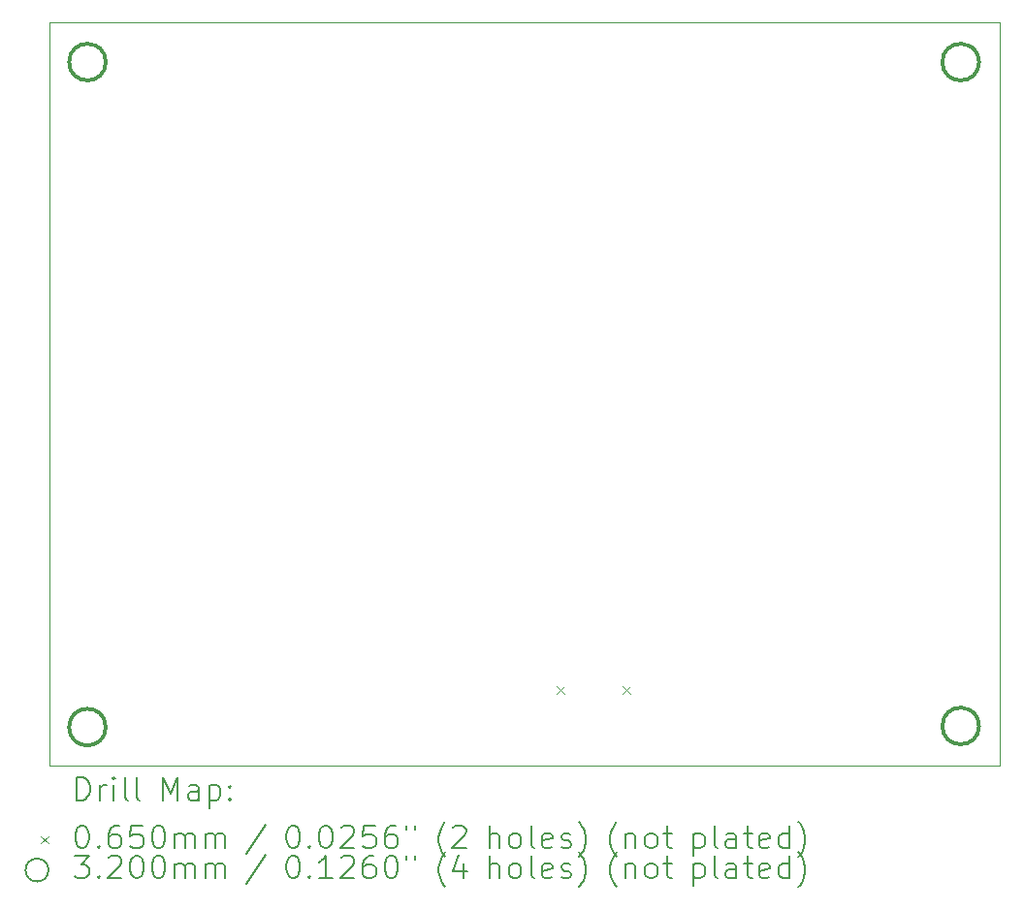
<source format=gbr>
%TF.GenerationSoftware,KiCad,Pcbnew,(7.0.0-0)*%
%TF.CreationDate,2023-03-08T11:07:40+01:00*%
%TF.ProjectId,Flux_BMS,466c7578-5f42-44d5-932e-6b696361645f,rev?*%
%TF.SameCoordinates,Original*%
%TF.FileFunction,Drillmap*%
%TF.FilePolarity,Positive*%
%FSLAX45Y45*%
G04 Gerber Fmt 4.5, Leading zero omitted, Abs format (unit mm)*
G04 Created by KiCad (PCBNEW (7.0.0-0)) date 2023-03-08 11:07:40*
%MOMM*%
%LPD*%
G01*
G04 APERTURE LIST*
%ADD10C,0.100000*%
%ADD11C,0.200000*%
%ADD12C,0.065000*%
%ADD13C,0.320000*%
G04 APERTURE END LIST*
D10*
X7600000Y-7355000D02*
X15900000Y-7355000D01*
X15900000Y-7355000D02*
X15900000Y-13855000D01*
X15900000Y-13855000D02*
X7600000Y-13855000D01*
X7600000Y-13855000D02*
X7600000Y-7355000D01*
D11*
D12*
X12033500Y-13157500D02*
X12098500Y-13222500D01*
X12098500Y-13157500D02*
X12033500Y-13222500D01*
X12611500Y-13157500D02*
X12676500Y-13222500D01*
X12676500Y-13157500D02*
X12611500Y-13222500D01*
D13*
X8095000Y-7705000D02*
G75*
G03*
X8095000Y-7705000I-160000J0D01*
G01*
X8095000Y-13515000D02*
G75*
G03*
X8095000Y-13515000I-160000J0D01*
G01*
X15720000Y-7705000D02*
G75*
G03*
X15720000Y-7705000I-160000J0D01*
G01*
X15720000Y-13505000D02*
G75*
G03*
X15720000Y-13505000I-160000J0D01*
G01*
D11*
X7842619Y-14153476D02*
X7842619Y-13953476D01*
X7842619Y-13953476D02*
X7890238Y-13953476D01*
X7890238Y-13953476D02*
X7918809Y-13963000D01*
X7918809Y-13963000D02*
X7937857Y-13982048D01*
X7937857Y-13982048D02*
X7947381Y-14001095D01*
X7947381Y-14001095D02*
X7956905Y-14039190D01*
X7956905Y-14039190D02*
X7956905Y-14067762D01*
X7956905Y-14067762D02*
X7947381Y-14105857D01*
X7947381Y-14105857D02*
X7937857Y-14124905D01*
X7937857Y-14124905D02*
X7918809Y-14143952D01*
X7918809Y-14143952D02*
X7890238Y-14153476D01*
X7890238Y-14153476D02*
X7842619Y-14153476D01*
X8042619Y-14153476D02*
X8042619Y-14020143D01*
X8042619Y-14058238D02*
X8052143Y-14039190D01*
X8052143Y-14039190D02*
X8061667Y-14029667D01*
X8061667Y-14029667D02*
X8080714Y-14020143D01*
X8080714Y-14020143D02*
X8099762Y-14020143D01*
X8166428Y-14153476D02*
X8166428Y-14020143D01*
X8166428Y-13953476D02*
X8156905Y-13963000D01*
X8156905Y-13963000D02*
X8166428Y-13972524D01*
X8166428Y-13972524D02*
X8175952Y-13963000D01*
X8175952Y-13963000D02*
X8166428Y-13953476D01*
X8166428Y-13953476D02*
X8166428Y-13972524D01*
X8290238Y-14153476D02*
X8271190Y-14143952D01*
X8271190Y-14143952D02*
X8261667Y-14124905D01*
X8261667Y-14124905D02*
X8261667Y-13953476D01*
X8395000Y-14153476D02*
X8375952Y-14143952D01*
X8375952Y-14143952D02*
X8366428Y-14124905D01*
X8366428Y-14124905D02*
X8366428Y-13953476D01*
X8591190Y-14153476D02*
X8591190Y-13953476D01*
X8591190Y-13953476D02*
X8657857Y-14096333D01*
X8657857Y-14096333D02*
X8724524Y-13953476D01*
X8724524Y-13953476D02*
X8724524Y-14153476D01*
X8905476Y-14153476D02*
X8905476Y-14048714D01*
X8905476Y-14048714D02*
X8895952Y-14029667D01*
X8895952Y-14029667D02*
X8876905Y-14020143D01*
X8876905Y-14020143D02*
X8838809Y-14020143D01*
X8838809Y-14020143D02*
X8819762Y-14029667D01*
X8905476Y-14143952D02*
X8886429Y-14153476D01*
X8886429Y-14153476D02*
X8838809Y-14153476D01*
X8838809Y-14153476D02*
X8819762Y-14143952D01*
X8819762Y-14143952D02*
X8810238Y-14124905D01*
X8810238Y-14124905D02*
X8810238Y-14105857D01*
X8810238Y-14105857D02*
X8819762Y-14086809D01*
X8819762Y-14086809D02*
X8838809Y-14077286D01*
X8838809Y-14077286D02*
X8886429Y-14077286D01*
X8886429Y-14077286D02*
X8905476Y-14067762D01*
X9000714Y-14020143D02*
X9000714Y-14220143D01*
X9000714Y-14029667D02*
X9019762Y-14020143D01*
X9019762Y-14020143D02*
X9057857Y-14020143D01*
X9057857Y-14020143D02*
X9076905Y-14029667D01*
X9076905Y-14029667D02*
X9086429Y-14039190D01*
X9086429Y-14039190D02*
X9095952Y-14058238D01*
X9095952Y-14058238D02*
X9095952Y-14115381D01*
X9095952Y-14115381D02*
X9086429Y-14134428D01*
X9086429Y-14134428D02*
X9076905Y-14143952D01*
X9076905Y-14143952D02*
X9057857Y-14153476D01*
X9057857Y-14153476D02*
X9019762Y-14153476D01*
X9019762Y-14153476D02*
X9000714Y-14143952D01*
X9181667Y-14134428D02*
X9191190Y-14143952D01*
X9191190Y-14143952D02*
X9181667Y-14153476D01*
X9181667Y-14153476D02*
X9172143Y-14143952D01*
X9172143Y-14143952D02*
X9181667Y-14134428D01*
X9181667Y-14134428D02*
X9181667Y-14153476D01*
X9181667Y-14029667D02*
X9191190Y-14039190D01*
X9191190Y-14039190D02*
X9181667Y-14048714D01*
X9181667Y-14048714D02*
X9172143Y-14039190D01*
X9172143Y-14039190D02*
X9181667Y-14029667D01*
X9181667Y-14029667D02*
X9181667Y-14048714D01*
D12*
X7530000Y-14467500D02*
X7595000Y-14532500D01*
X7595000Y-14467500D02*
X7530000Y-14532500D01*
D11*
X7880714Y-14373476D02*
X7899762Y-14373476D01*
X7899762Y-14373476D02*
X7918809Y-14383000D01*
X7918809Y-14383000D02*
X7928333Y-14392524D01*
X7928333Y-14392524D02*
X7937857Y-14411571D01*
X7937857Y-14411571D02*
X7947381Y-14449667D01*
X7947381Y-14449667D02*
X7947381Y-14497286D01*
X7947381Y-14497286D02*
X7937857Y-14535381D01*
X7937857Y-14535381D02*
X7928333Y-14554428D01*
X7928333Y-14554428D02*
X7918809Y-14563952D01*
X7918809Y-14563952D02*
X7899762Y-14573476D01*
X7899762Y-14573476D02*
X7880714Y-14573476D01*
X7880714Y-14573476D02*
X7861667Y-14563952D01*
X7861667Y-14563952D02*
X7852143Y-14554428D01*
X7852143Y-14554428D02*
X7842619Y-14535381D01*
X7842619Y-14535381D02*
X7833095Y-14497286D01*
X7833095Y-14497286D02*
X7833095Y-14449667D01*
X7833095Y-14449667D02*
X7842619Y-14411571D01*
X7842619Y-14411571D02*
X7852143Y-14392524D01*
X7852143Y-14392524D02*
X7861667Y-14383000D01*
X7861667Y-14383000D02*
X7880714Y-14373476D01*
X8033095Y-14554428D02*
X8042619Y-14563952D01*
X8042619Y-14563952D02*
X8033095Y-14573476D01*
X8033095Y-14573476D02*
X8023571Y-14563952D01*
X8023571Y-14563952D02*
X8033095Y-14554428D01*
X8033095Y-14554428D02*
X8033095Y-14573476D01*
X8214048Y-14373476D02*
X8175952Y-14373476D01*
X8175952Y-14373476D02*
X8156905Y-14383000D01*
X8156905Y-14383000D02*
X8147381Y-14392524D01*
X8147381Y-14392524D02*
X8128333Y-14421095D01*
X8128333Y-14421095D02*
X8118809Y-14459190D01*
X8118809Y-14459190D02*
X8118809Y-14535381D01*
X8118809Y-14535381D02*
X8128333Y-14554428D01*
X8128333Y-14554428D02*
X8137857Y-14563952D01*
X8137857Y-14563952D02*
X8156905Y-14573476D01*
X8156905Y-14573476D02*
X8195000Y-14573476D01*
X8195000Y-14573476D02*
X8214048Y-14563952D01*
X8214048Y-14563952D02*
X8223571Y-14554428D01*
X8223571Y-14554428D02*
X8233095Y-14535381D01*
X8233095Y-14535381D02*
X8233095Y-14487762D01*
X8233095Y-14487762D02*
X8223571Y-14468714D01*
X8223571Y-14468714D02*
X8214048Y-14459190D01*
X8214048Y-14459190D02*
X8195000Y-14449667D01*
X8195000Y-14449667D02*
X8156905Y-14449667D01*
X8156905Y-14449667D02*
X8137857Y-14459190D01*
X8137857Y-14459190D02*
X8128333Y-14468714D01*
X8128333Y-14468714D02*
X8118809Y-14487762D01*
X8414048Y-14373476D02*
X8318809Y-14373476D01*
X8318809Y-14373476D02*
X8309286Y-14468714D01*
X8309286Y-14468714D02*
X8318809Y-14459190D01*
X8318809Y-14459190D02*
X8337857Y-14449667D01*
X8337857Y-14449667D02*
X8385476Y-14449667D01*
X8385476Y-14449667D02*
X8404524Y-14459190D01*
X8404524Y-14459190D02*
X8414048Y-14468714D01*
X8414048Y-14468714D02*
X8423571Y-14487762D01*
X8423571Y-14487762D02*
X8423571Y-14535381D01*
X8423571Y-14535381D02*
X8414048Y-14554428D01*
X8414048Y-14554428D02*
X8404524Y-14563952D01*
X8404524Y-14563952D02*
X8385476Y-14573476D01*
X8385476Y-14573476D02*
X8337857Y-14573476D01*
X8337857Y-14573476D02*
X8318809Y-14563952D01*
X8318809Y-14563952D02*
X8309286Y-14554428D01*
X8547381Y-14373476D02*
X8566429Y-14373476D01*
X8566429Y-14373476D02*
X8585476Y-14383000D01*
X8585476Y-14383000D02*
X8595000Y-14392524D01*
X8595000Y-14392524D02*
X8604524Y-14411571D01*
X8604524Y-14411571D02*
X8614048Y-14449667D01*
X8614048Y-14449667D02*
X8614048Y-14497286D01*
X8614048Y-14497286D02*
X8604524Y-14535381D01*
X8604524Y-14535381D02*
X8595000Y-14554428D01*
X8595000Y-14554428D02*
X8585476Y-14563952D01*
X8585476Y-14563952D02*
X8566429Y-14573476D01*
X8566429Y-14573476D02*
X8547381Y-14573476D01*
X8547381Y-14573476D02*
X8528333Y-14563952D01*
X8528333Y-14563952D02*
X8518810Y-14554428D01*
X8518810Y-14554428D02*
X8509286Y-14535381D01*
X8509286Y-14535381D02*
X8499762Y-14497286D01*
X8499762Y-14497286D02*
X8499762Y-14449667D01*
X8499762Y-14449667D02*
X8509286Y-14411571D01*
X8509286Y-14411571D02*
X8518810Y-14392524D01*
X8518810Y-14392524D02*
X8528333Y-14383000D01*
X8528333Y-14383000D02*
X8547381Y-14373476D01*
X8699762Y-14573476D02*
X8699762Y-14440143D01*
X8699762Y-14459190D02*
X8709286Y-14449667D01*
X8709286Y-14449667D02*
X8728333Y-14440143D01*
X8728333Y-14440143D02*
X8756905Y-14440143D01*
X8756905Y-14440143D02*
X8775952Y-14449667D01*
X8775952Y-14449667D02*
X8785476Y-14468714D01*
X8785476Y-14468714D02*
X8785476Y-14573476D01*
X8785476Y-14468714D02*
X8795000Y-14449667D01*
X8795000Y-14449667D02*
X8814048Y-14440143D01*
X8814048Y-14440143D02*
X8842619Y-14440143D01*
X8842619Y-14440143D02*
X8861667Y-14449667D01*
X8861667Y-14449667D02*
X8871191Y-14468714D01*
X8871191Y-14468714D02*
X8871191Y-14573476D01*
X8966429Y-14573476D02*
X8966429Y-14440143D01*
X8966429Y-14459190D02*
X8975952Y-14449667D01*
X8975952Y-14449667D02*
X8995000Y-14440143D01*
X8995000Y-14440143D02*
X9023572Y-14440143D01*
X9023572Y-14440143D02*
X9042619Y-14449667D01*
X9042619Y-14449667D02*
X9052143Y-14468714D01*
X9052143Y-14468714D02*
X9052143Y-14573476D01*
X9052143Y-14468714D02*
X9061667Y-14449667D01*
X9061667Y-14449667D02*
X9080714Y-14440143D01*
X9080714Y-14440143D02*
X9109286Y-14440143D01*
X9109286Y-14440143D02*
X9128333Y-14449667D01*
X9128333Y-14449667D02*
X9137857Y-14468714D01*
X9137857Y-14468714D02*
X9137857Y-14573476D01*
X9495952Y-14363952D02*
X9324524Y-14621095D01*
X9720714Y-14373476D02*
X9739762Y-14373476D01*
X9739762Y-14373476D02*
X9758810Y-14383000D01*
X9758810Y-14383000D02*
X9768333Y-14392524D01*
X9768333Y-14392524D02*
X9777857Y-14411571D01*
X9777857Y-14411571D02*
X9787381Y-14449667D01*
X9787381Y-14449667D02*
X9787381Y-14497286D01*
X9787381Y-14497286D02*
X9777857Y-14535381D01*
X9777857Y-14535381D02*
X9768333Y-14554428D01*
X9768333Y-14554428D02*
X9758810Y-14563952D01*
X9758810Y-14563952D02*
X9739762Y-14573476D01*
X9739762Y-14573476D02*
X9720714Y-14573476D01*
X9720714Y-14573476D02*
X9701667Y-14563952D01*
X9701667Y-14563952D02*
X9692143Y-14554428D01*
X9692143Y-14554428D02*
X9682619Y-14535381D01*
X9682619Y-14535381D02*
X9673095Y-14497286D01*
X9673095Y-14497286D02*
X9673095Y-14449667D01*
X9673095Y-14449667D02*
X9682619Y-14411571D01*
X9682619Y-14411571D02*
X9692143Y-14392524D01*
X9692143Y-14392524D02*
X9701667Y-14383000D01*
X9701667Y-14383000D02*
X9720714Y-14373476D01*
X9873095Y-14554428D02*
X9882619Y-14563952D01*
X9882619Y-14563952D02*
X9873095Y-14573476D01*
X9873095Y-14573476D02*
X9863572Y-14563952D01*
X9863572Y-14563952D02*
X9873095Y-14554428D01*
X9873095Y-14554428D02*
X9873095Y-14573476D01*
X10006429Y-14373476D02*
X10025476Y-14373476D01*
X10025476Y-14373476D02*
X10044524Y-14383000D01*
X10044524Y-14383000D02*
X10054048Y-14392524D01*
X10054048Y-14392524D02*
X10063572Y-14411571D01*
X10063572Y-14411571D02*
X10073095Y-14449667D01*
X10073095Y-14449667D02*
X10073095Y-14497286D01*
X10073095Y-14497286D02*
X10063572Y-14535381D01*
X10063572Y-14535381D02*
X10054048Y-14554428D01*
X10054048Y-14554428D02*
X10044524Y-14563952D01*
X10044524Y-14563952D02*
X10025476Y-14573476D01*
X10025476Y-14573476D02*
X10006429Y-14573476D01*
X10006429Y-14573476D02*
X9987381Y-14563952D01*
X9987381Y-14563952D02*
X9977857Y-14554428D01*
X9977857Y-14554428D02*
X9968333Y-14535381D01*
X9968333Y-14535381D02*
X9958810Y-14497286D01*
X9958810Y-14497286D02*
X9958810Y-14449667D01*
X9958810Y-14449667D02*
X9968333Y-14411571D01*
X9968333Y-14411571D02*
X9977857Y-14392524D01*
X9977857Y-14392524D02*
X9987381Y-14383000D01*
X9987381Y-14383000D02*
X10006429Y-14373476D01*
X10149286Y-14392524D02*
X10158810Y-14383000D01*
X10158810Y-14383000D02*
X10177857Y-14373476D01*
X10177857Y-14373476D02*
X10225476Y-14373476D01*
X10225476Y-14373476D02*
X10244524Y-14383000D01*
X10244524Y-14383000D02*
X10254048Y-14392524D01*
X10254048Y-14392524D02*
X10263572Y-14411571D01*
X10263572Y-14411571D02*
X10263572Y-14430619D01*
X10263572Y-14430619D02*
X10254048Y-14459190D01*
X10254048Y-14459190D02*
X10139762Y-14573476D01*
X10139762Y-14573476D02*
X10263572Y-14573476D01*
X10444524Y-14373476D02*
X10349286Y-14373476D01*
X10349286Y-14373476D02*
X10339762Y-14468714D01*
X10339762Y-14468714D02*
X10349286Y-14459190D01*
X10349286Y-14459190D02*
X10368333Y-14449667D01*
X10368333Y-14449667D02*
X10415953Y-14449667D01*
X10415953Y-14449667D02*
X10435000Y-14459190D01*
X10435000Y-14459190D02*
X10444524Y-14468714D01*
X10444524Y-14468714D02*
X10454048Y-14487762D01*
X10454048Y-14487762D02*
X10454048Y-14535381D01*
X10454048Y-14535381D02*
X10444524Y-14554428D01*
X10444524Y-14554428D02*
X10435000Y-14563952D01*
X10435000Y-14563952D02*
X10415953Y-14573476D01*
X10415953Y-14573476D02*
X10368333Y-14573476D01*
X10368333Y-14573476D02*
X10349286Y-14563952D01*
X10349286Y-14563952D02*
X10339762Y-14554428D01*
X10625476Y-14373476D02*
X10587381Y-14373476D01*
X10587381Y-14373476D02*
X10568333Y-14383000D01*
X10568333Y-14383000D02*
X10558810Y-14392524D01*
X10558810Y-14392524D02*
X10539762Y-14421095D01*
X10539762Y-14421095D02*
X10530238Y-14459190D01*
X10530238Y-14459190D02*
X10530238Y-14535381D01*
X10530238Y-14535381D02*
X10539762Y-14554428D01*
X10539762Y-14554428D02*
X10549286Y-14563952D01*
X10549286Y-14563952D02*
X10568333Y-14573476D01*
X10568333Y-14573476D02*
X10606429Y-14573476D01*
X10606429Y-14573476D02*
X10625476Y-14563952D01*
X10625476Y-14563952D02*
X10635000Y-14554428D01*
X10635000Y-14554428D02*
X10644524Y-14535381D01*
X10644524Y-14535381D02*
X10644524Y-14487762D01*
X10644524Y-14487762D02*
X10635000Y-14468714D01*
X10635000Y-14468714D02*
X10625476Y-14459190D01*
X10625476Y-14459190D02*
X10606429Y-14449667D01*
X10606429Y-14449667D02*
X10568333Y-14449667D01*
X10568333Y-14449667D02*
X10549286Y-14459190D01*
X10549286Y-14459190D02*
X10539762Y-14468714D01*
X10539762Y-14468714D02*
X10530238Y-14487762D01*
X10720714Y-14373476D02*
X10720714Y-14411571D01*
X10796905Y-14373476D02*
X10796905Y-14411571D01*
X11059762Y-14649667D02*
X11050238Y-14640143D01*
X11050238Y-14640143D02*
X11031191Y-14611571D01*
X11031191Y-14611571D02*
X11021667Y-14592524D01*
X11021667Y-14592524D02*
X11012143Y-14563952D01*
X11012143Y-14563952D02*
X11002619Y-14516333D01*
X11002619Y-14516333D02*
X11002619Y-14478238D01*
X11002619Y-14478238D02*
X11012143Y-14430619D01*
X11012143Y-14430619D02*
X11021667Y-14402048D01*
X11021667Y-14402048D02*
X11031191Y-14383000D01*
X11031191Y-14383000D02*
X11050238Y-14354428D01*
X11050238Y-14354428D02*
X11059762Y-14344905D01*
X11126429Y-14392524D02*
X11135953Y-14383000D01*
X11135953Y-14383000D02*
X11155000Y-14373476D01*
X11155000Y-14373476D02*
X11202619Y-14373476D01*
X11202619Y-14373476D02*
X11221667Y-14383000D01*
X11221667Y-14383000D02*
X11231191Y-14392524D01*
X11231191Y-14392524D02*
X11240714Y-14411571D01*
X11240714Y-14411571D02*
X11240714Y-14430619D01*
X11240714Y-14430619D02*
X11231191Y-14459190D01*
X11231191Y-14459190D02*
X11116905Y-14573476D01*
X11116905Y-14573476D02*
X11240714Y-14573476D01*
X11446429Y-14573476D02*
X11446429Y-14373476D01*
X11532143Y-14573476D02*
X11532143Y-14468714D01*
X11532143Y-14468714D02*
X11522619Y-14449667D01*
X11522619Y-14449667D02*
X11503572Y-14440143D01*
X11503572Y-14440143D02*
X11475000Y-14440143D01*
X11475000Y-14440143D02*
X11455952Y-14449667D01*
X11455952Y-14449667D02*
X11446429Y-14459190D01*
X11655952Y-14573476D02*
X11636905Y-14563952D01*
X11636905Y-14563952D02*
X11627381Y-14554428D01*
X11627381Y-14554428D02*
X11617857Y-14535381D01*
X11617857Y-14535381D02*
X11617857Y-14478238D01*
X11617857Y-14478238D02*
X11627381Y-14459190D01*
X11627381Y-14459190D02*
X11636905Y-14449667D01*
X11636905Y-14449667D02*
X11655952Y-14440143D01*
X11655952Y-14440143D02*
X11684524Y-14440143D01*
X11684524Y-14440143D02*
X11703572Y-14449667D01*
X11703572Y-14449667D02*
X11713095Y-14459190D01*
X11713095Y-14459190D02*
X11722619Y-14478238D01*
X11722619Y-14478238D02*
X11722619Y-14535381D01*
X11722619Y-14535381D02*
X11713095Y-14554428D01*
X11713095Y-14554428D02*
X11703572Y-14563952D01*
X11703572Y-14563952D02*
X11684524Y-14573476D01*
X11684524Y-14573476D02*
X11655952Y-14573476D01*
X11836905Y-14573476D02*
X11817857Y-14563952D01*
X11817857Y-14563952D02*
X11808333Y-14544905D01*
X11808333Y-14544905D02*
X11808333Y-14373476D01*
X11989286Y-14563952D02*
X11970238Y-14573476D01*
X11970238Y-14573476D02*
X11932143Y-14573476D01*
X11932143Y-14573476D02*
X11913095Y-14563952D01*
X11913095Y-14563952D02*
X11903572Y-14544905D01*
X11903572Y-14544905D02*
X11903572Y-14468714D01*
X11903572Y-14468714D02*
X11913095Y-14449667D01*
X11913095Y-14449667D02*
X11932143Y-14440143D01*
X11932143Y-14440143D02*
X11970238Y-14440143D01*
X11970238Y-14440143D02*
X11989286Y-14449667D01*
X11989286Y-14449667D02*
X11998810Y-14468714D01*
X11998810Y-14468714D02*
X11998810Y-14487762D01*
X11998810Y-14487762D02*
X11903572Y-14506809D01*
X12075000Y-14563952D02*
X12094048Y-14573476D01*
X12094048Y-14573476D02*
X12132143Y-14573476D01*
X12132143Y-14573476D02*
X12151191Y-14563952D01*
X12151191Y-14563952D02*
X12160714Y-14544905D01*
X12160714Y-14544905D02*
X12160714Y-14535381D01*
X12160714Y-14535381D02*
X12151191Y-14516333D01*
X12151191Y-14516333D02*
X12132143Y-14506809D01*
X12132143Y-14506809D02*
X12103572Y-14506809D01*
X12103572Y-14506809D02*
X12084524Y-14497286D01*
X12084524Y-14497286D02*
X12075000Y-14478238D01*
X12075000Y-14478238D02*
X12075000Y-14468714D01*
X12075000Y-14468714D02*
X12084524Y-14449667D01*
X12084524Y-14449667D02*
X12103572Y-14440143D01*
X12103572Y-14440143D02*
X12132143Y-14440143D01*
X12132143Y-14440143D02*
X12151191Y-14449667D01*
X12227381Y-14649667D02*
X12236905Y-14640143D01*
X12236905Y-14640143D02*
X12255953Y-14611571D01*
X12255953Y-14611571D02*
X12265476Y-14592524D01*
X12265476Y-14592524D02*
X12275000Y-14563952D01*
X12275000Y-14563952D02*
X12284524Y-14516333D01*
X12284524Y-14516333D02*
X12284524Y-14478238D01*
X12284524Y-14478238D02*
X12275000Y-14430619D01*
X12275000Y-14430619D02*
X12265476Y-14402048D01*
X12265476Y-14402048D02*
X12255953Y-14383000D01*
X12255953Y-14383000D02*
X12236905Y-14354428D01*
X12236905Y-14354428D02*
X12227381Y-14344905D01*
X12556905Y-14649667D02*
X12547381Y-14640143D01*
X12547381Y-14640143D02*
X12528333Y-14611571D01*
X12528333Y-14611571D02*
X12518810Y-14592524D01*
X12518810Y-14592524D02*
X12509286Y-14563952D01*
X12509286Y-14563952D02*
X12499762Y-14516333D01*
X12499762Y-14516333D02*
X12499762Y-14478238D01*
X12499762Y-14478238D02*
X12509286Y-14430619D01*
X12509286Y-14430619D02*
X12518810Y-14402048D01*
X12518810Y-14402048D02*
X12528333Y-14383000D01*
X12528333Y-14383000D02*
X12547381Y-14354428D01*
X12547381Y-14354428D02*
X12556905Y-14344905D01*
X12633095Y-14440143D02*
X12633095Y-14573476D01*
X12633095Y-14459190D02*
X12642619Y-14449667D01*
X12642619Y-14449667D02*
X12661667Y-14440143D01*
X12661667Y-14440143D02*
X12690238Y-14440143D01*
X12690238Y-14440143D02*
X12709286Y-14449667D01*
X12709286Y-14449667D02*
X12718810Y-14468714D01*
X12718810Y-14468714D02*
X12718810Y-14573476D01*
X12842619Y-14573476D02*
X12823572Y-14563952D01*
X12823572Y-14563952D02*
X12814048Y-14554428D01*
X12814048Y-14554428D02*
X12804524Y-14535381D01*
X12804524Y-14535381D02*
X12804524Y-14478238D01*
X12804524Y-14478238D02*
X12814048Y-14459190D01*
X12814048Y-14459190D02*
X12823572Y-14449667D01*
X12823572Y-14449667D02*
X12842619Y-14440143D01*
X12842619Y-14440143D02*
X12871191Y-14440143D01*
X12871191Y-14440143D02*
X12890238Y-14449667D01*
X12890238Y-14449667D02*
X12899762Y-14459190D01*
X12899762Y-14459190D02*
X12909286Y-14478238D01*
X12909286Y-14478238D02*
X12909286Y-14535381D01*
X12909286Y-14535381D02*
X12899762Y-14554428D01*
X12899762Y-14554428D02*
X12890238Y-14563952D01*
X12890238Y-14563952D02*
X12871191Y-14573476D01*
X12871191Y-14573476D02*
X12842619Y-14573476D01*
X12966429Y-14440143D02*
X13042619Y-14440143D01*
X12995000Y-14373476D02*
X12995000Y-14544905D01*
X12995000Y-14544905D02*
X13004524Y-14563952D01*
X13004524Y-14563952D02*
X13023572Y-14573476D01*
X13023572Y-14573476D02*
X13042619Y-14573476D01*
X13229286Y-14440143D02*
X13229286Y-14640143D01*
X13229286Y-14449667D02*
X13248333Y-14440143D01*
X13248333Y-14440143D02*
X13286429Y-14440143D01*
X13286429Y-14440143D02*
X13305476Y-14449667D01*
X13305476Y-14449667D02*
X13315000Y-14459190D01*
X13315000Y-14459190D02*
X13324524Y-14478238D01*
X13324524Y-14478238D02*
X13324524Y-14535381D01*
X13324524Y-14535381D02*
X13315000Y-14554428D01*
X13315000Y-14554428D02*
X13305476Y-14563952D01*
X13305476Y-14563952D02*
X13286429Y-14573476D01*
X13286429Y-14573476D02*
X13248333Y-14573476D01*
X13248333Y-14573476D02*
X13229286Y-14563952D01*
X13438810Y-14573476D02*
X13419762Y-14563952D01*
X13419762Y-14563952D02*
X13410238Y-14544905D01*
X13410238Y-14544905D02*
X13410238Y-14373476D01*
X13600714Y-14573476D02*
X13600714Y-14468714D01*
X13600714Y-14468714D02*
X13591191Y-14449667D01*
X13591191Y-14449667D02*
X13572143Y-14440143D01*
X13572143Y-14440143D02*
X13534048Y-14440143D01*
X13534048Y-14440143D02*
X13515000Y-14449667D01*
X13600714Y-14563952D02*
X13581667Y-14573476D01*
X13581667Y-14573476D02*
X13534048Y-14573476D01*
X13534048Y-14573476D02*
X13515000Y-14563952D01*
X13515000Y-14563952D02*
X13505476Y-14544905D01*
X13505476Y-14544905D02*
X13505476Y-14525857D01*
X13505476Y-14525857D02*
X13515000Y-14506809D01*
X13515000Y-14506809D02*
X13534048Y-14497286D01*
X13534048Y-14497286D02*
X13581667Y-14497286D01*
X13581667Y-14497286D02*
X13600714Y-14487762D01*
X13667381Y-14440143D02*
X13743572Y-14440143D01*
X13695953Y-14373476D02*
X13695953Y-14544905D01*
X13695953Y-14544905D02*
X13705476Y-14563952D01*
X13705476Y-14563952D02*
X13724524Y-14573476D01*
X13724524Y-14573476D02*
X13743572Y-14573476D01*
X13886429Y-14563952D02*
X13867381Y-14573476D01*
X13867381Y-14573476D02*
X13829286Y-14573476D01*
X13829286Y-14573476D02*
X13810238Y-14563952D01*
X13810238Y-14563952D02*
X13800714Y-14544905D01*
X13800714Y-14544905D02*
X13800714Y-14468714D01*
X13800714Y-14468714D02*
X13810238Y-14449667D01*
X13810238Y-14449667D02*
X13829286Y-14440143D01*
X13829286Y-14440143D02*
X13867381Y-14440143D01*
X13867381Y-14440143D02*
X13886429Y-14449667D01*
X13886429Y-14449667D02*
X13895953Y-14468714D01*
X13895953Y-14468714D02*
X13895953Y-14487762D01*
X13895953Y-14487762D02*
X13800714Y-14506809D01*
X14067381Y-14573476D02*
X14067381Y-14373476D01*
X14067381Y-14563952D02*
X14048334Y-14573476D01*
X14048334Y-14573476D02*
X14010238Y-14573476D01*
X14010238Y-14573476D02*
X13991191Y-14563952D01*
X13991191Y-14563952D02*
X13981667Y-14554428D01*
X13981667Y-14554428D02*
X13972143Y-14535381D01*
X13972143Y-14535381D02*
X13972143Y-14478238D01*
X13972143Y-14478238D02*
X13981667Y-14459190D01*
X13981667Y-14459190D02*
X13991191Y-14449667D01*
X13991191Y-14449667D02*
X14010238Y-14440143D01*
X14010238Y-14440143D02*
X14048334Y-14440143D01*
X14048334Y-14440143D02*
X14067381Y-14449667D01*
X14143572Y-14649667D02*
X14153095Y-14640143D01*
X14153095Y-14640143D02*
X14172143Y-14611571D01*
X14172143Y-14611571D02*
X14181667Y-14592524D01*
X14181667Y-14592524D02*
X14191191Y-14563952D01*
X14191191Y-14563952D02*
X14200714Y-14516333D01*
X14200714Y-14516333D02*
X14200714Y-14478238D01*
X14200714Y-14478238D02*
X14191191Y-14430619D01*
X14191191Y-14430619D02*
X14181667Y-14402048D01*
X14181667Y-14402048D02*
X14172143Y-14383000D01*
X14172143Y-14383000D02*
X14153095Y-14354428D01*
X14153095Y-14354428D02*
X14143572Y-14344905D01*
X7595000Y-14764000D02*
G75*
G03*
X7595000Y-14764000I-100000J0D01*
G01*
X7823571Y-14637476D02*
X7947381Y-14637476D01*
X7947381Y-14637476D02*
X7880714Y-14713667D01*
X7880714Y-14713667D02*
X7909286Y-14713667D01*
X7909286Y-14713667D02*
X7928333Y-14723190D01*
X7928333Y-14723190D02*
X7937857Y-14732714D01*
X7937857Y-14732714D02*
X7947381Y-14751762D01*
X7947381Y-14751762D02*
X7947381Y-14799381D01*
X7947381Y-14799381D02*
X7937857Y-14818428D01*
X7937857Y-14818428D02*
X7928333Y-14827952D01*
X7928333Y-14827952D02*
X7909286Y-14837476D01*
X7909286Y-14837476D02*
X7852143Y-14837476D01*
X7852143Y-14837476D02*
X7833095Y-14827952D01*
X7833095Y-14827952D02*
X7823571Y-14818428D01*
X8033095Y-14818428D02*
X8042619Y-14827952D01*
X8042619Y-14827952D02*
X8033095Y-14837476D01*
X8033095Y-14837476D02*
X8023571Y-14827952D01*
X8023571Y-14827952D02*
X8033095Y-14818428D01*
X8033095Y-14818428D02*
X8033095Y-14837476D01*
X8118809Y-14656524D02*
X8128333Y-14647000D01*
X8128333Y-14647000D02*
X8147381Y-14637476D01*
X8147381Y-14637476D02*
X8195000Y-14637476D01*
X8195000Y-14637476D02*
X8214048Y-14647000D01*
X8214048Y-14647000D02*
X8223571Y-14656524D01*
X8223571Y-14656524D02*
X8233095Y-14675571D01*
X8233095Y-14675571D02*
X8233095Y-14694619D01*
X8233095Y-14694619D02*
X8223571Y-14723190D01*
X8223571Y-14723190D02*
X8109286Y-14837476D01*
X8109286Y-14837476D02*
X8233095Y-14837476D01*
X8356905Y-14637476D02*
X8375952Y-14637476D01*
X8375952Y-14637476D02*
X8395000Y-14647000D01*
X8395000Y-14647000D02*
X8404524Y-14656524D01*
X8404524Y-14656524D02*
X8414048Y-14675571D01*
X8414048Y-14675571D02*
X8423571Y-14713667D01*
X8423571Y-14713667D02*
X8423571Y-14761286D01*
X8423571Y-14761286D02*
X8414048Y-14799381D01*
X8414048Y-14799381D02*
X8404524Y-14818428D01*
X8404524Y-14818428D02*
X8395000Y-14827952D01*
X8395000Y-14827952D02*
X8375952Y-14837476D01*
X8375952Y-14837476D02*
X8356905Y-14837476D01*
X8356905Y-14837476D02*
X8337857Y-14827952D01*
X8337857Y-14827952D02*
X8328333Y-14818428D01*
X8328333Y-14818428D02*
X8318809Y-14799381D01*
X8318809Y-14799381D02*
X8309286Y-14761286D01*
X8309286Y-14761286D02*
X8309286Y-14713667D01*
X8309286Y-14713667D02*
X8318809Y-14675571D01*
X8318809Y-14675571D02*
X8328333Y-14656524D01*
X8328333Y-14656524D02*
X8337857Y-14647000D01*
X8337857Y-14647000D02*
X8356905Y-14637476D01*
X8547381Y-14637476D02*
X8566429Y-14637476D01*
X8566429Y-14637476D02*
X8585476Y-14647000D01*
X8585476Y-14647000D02*
X8595000Y-14656524D01*
X8595000Y-14656524D02*
X8604524Y-14675571D01*
X8604524Y-14675571D02*
X8614048Y-14713667D01*
X8614048Y-14713667D02*
X8614048Y-14761286D01*
X8614048Y-14761286D02*
X8604524Y-14799381D01*
X8604524Y-14799381D02*
X8595000Y-14818428D01*
X8595000Y-14818428D02*
X8585476Y-14827952D01*
X8585476Y-14827952D02*
X8566429Y-14837476D01*
X8566429Y-14837476D02*
X8547381Y-14837476D01*
X8547381Y-14837476D02*
X8528333Y-14827952D01*
X8528333Y-14827952D02*
X8518810Y-14818428D01*
X8518810Y-14818428D02*
X8509286Y-14799381D01*
X8509286Y-14799381D02*
X8499762Y-14761286D01*
X8499762Y-14761286D02*
X8499762Y-14713667D01*
X8499762Y-14713667D02*
X8509286Y-14675571D01*
X8509286Y-14675571D02*
X8518810Y-14656524D01*
X8518810Y-14656524D02*
X8528333Y-14647000D01*
X8528333Y-14647000D02*
X8547381Y-14637476D01*
X8699762Y-14837476D02*
X8699762Y-14704143D01*
X8699762Y-14723190D02*
X8709286Y-14713667D01*
X8709286Y-14713667D02*
X8728333Y-14704143D01*
X8728333Y-14704143D02*
X8756905Y-14704143D01*
X8756905Y-14704143D02*
X8775952Y-14713667D01*
X8775952Y-14713667D02*
X8785476Y-14732714D01*
X8785476Y-14732714D02*
X8785476Y-14837476D01*
X8785476Y-14732714D02*
X8795000Y-14713667D01*
X8795000Y-14713667D02*
X8814048Y-14704143D01*
X8814048Y-14704143D02*
X8842619Y-14704143D01*
X8842619Y-14704143D02*
X8861667Y-14713667D01*
X8861667Y-14713667D02*
X8871191Y-14732714D01*
X8871191Y-14732714D02*
X8871191Y-14837476D01*
X8966429Y-14837476D02*
X8966429Y-14704143D01*
X8966429Y-14723190D02*
X8975952Y-14713667D01*
X8975952Y-14713667D02*
X8995000Y-14704143D01*
X8995000Y-14704143D02*
X9023572Y-14704143D01*
X9023572Y-14704143D02*
X9042619Y-14713667D01*
X9042619Y-14713667D02*
X9052143Y-14732714D01*
X9052143Y-14732714D02*
X9052143Y-14837476D01*
X9052143Y-14732714D02*
X9061667Y-14713667D01*
X9061667Y-14713667D02*
X9080714Y-14704143D01*
X9080714Y-14704143D02*
X9109286Y-14704143D01*
X9109286Y-14704143D02*
X9128333Y-14713667D01*
X9128333Y-14713667D02*
X9137857Y-14732714D01*
X9137857Y-14732714D02*
X9137857Y-14837476D01*
X9495952Y-14627952D02*
X9324524Y-14885095D01*
X9720714Y-14637476D02*
X9739762Y-14637476D01*
X9739762Y-14637476D02*
X9758810Y-14647000D01*
X9758810Y-14647000D02*
X9768333Y-14656524D01*
X9768333Y-14656524D02*
X9777857Y-14675571D01*
X9777857Y-14675571D02*
X9787381Y-14713667D01*
X9787381Y-14713667D02*
X9787381Y-14761286D01*
X9787381Y-14761286D02*
X9777857Y-14799381D01*
X9777857Y-14799381D02*
X9768333Y-14818428D01*
X9768333Y-14818428D02*
X9758810Y-14827952D01*
X9758810Y-14827952D02*
X9739762Y-14837476D01*
X9739762Y-14837476D02*
X9720714Y-14837476D01*
X9720714Y-14837476D02*
X9701667Y-14827952D01*
X9701667Y-14827952D02*
X9692143Y-14818428D01*
X9692143Y-14818428D02*
X9682619Y-14799381D01*
X9682619Y-14799381D02*
X9673095Y-14761286D01*
X9673095Y-14761286D02*
X9673095Y-14713667D01*
X9673095Y-14713667D02*
X9682619Y-14675571D01*
X9682619Y-14675571D02*
X9692143Y-14656524D01*
X9692143Y-14656524D02*
X9701667Y-14647000D01*
X9701667Y-14647000D02*
X9720714Y-14637476D01*
X9873095Y-14818428D02*
X9882619Y-14827952D01*
X9882619Y-14827952D02*
X9873095Y-14837476D01*
X9873095Y-14837476D02*
X9863572Y-14827952D01*
X9863572Y-14827952D02*
X9873095Y-14818428D01*
X9873095Y-14818428D02*
X9873095Y-14837476D01*
X10073095Y-14837476D02*
X9958810Y-14837476D01*
X10015952Y-14837476D02*
X10015952Y-14637476D01*
X10015952Y-14637476D02*
X9996905Y-14666048D01*
X9996905Y-14666048D02*
X9977857Y-14685095D01*
X9977857Y-14685095D02*
X9958810Y-14694619D01*
X10149286Y-14656524D02*
X10158810Y-14647000D01*
X10158810Y-14647000D02*
X10177857Y-14637476D01*
X10177857Y-14637476D02*
X10225476Y-14637476D01*
X10225476Y-14637476D02*
X10244524Y-14647000D01*
X10244524Y-14647000D02*
X10254048Y-14656524D01*
X10254048Y-14656524D02*
X10263572Y-14675571D01*
X10263572Y-14675571D02*
X10263572Y-14694619D01*
X10263572Y-14694619D02*
X10254048Y-14723190D01*
X10254048Y-14723190D02*
X10139762Y-14837476D01*
X10139762Y-14837476D02*
X10263572Y-14837476D01*
X10435000Y-14637476D02*
X10396905Y-14637476D01*
X10396905Y-14637476D02*
X10377857Y-14647000D01*
X10377857Y-14647000D02*
X10368333Y-14656524D01*
X10368333Y-14656524D02*
X10349286Y-14685095D01*
X10349286Y-14685095D02*
X10339762Y-14723190D01*
X10339762Y-14723190D02*
X10339762Y-14799381D01*
X10339762Y-14799381D02*
X10349286Y-14818428D01*
X10349286Y-14818428D02*
X10358810Y-14827952D01*
X10358810Y-14827952D02*
X10377857Y-14837476D01*
X10377857Y-14837476D02*
X10415953Y-14837476D01*
X10415953Y-14837476D02*
X10435000Y-14827952D01*
X10435000Y-14827952D02*
X10444524Y-14818428D01*
X10444524Y-14818428D02*
X10454048Y-14799381D01*
X10454048Y-14799381D02*
X10454048Y-14751762D01*
X10454048Y-14751762D02*
X10444524Y-14732714D01*
X10444524Y-14732714D02*
X10435000Y-14723190D01*
X10435000Y-14723190D02*
X10415953Y-14713667D01*
X10415953Y-14713667D02*
X10377857Y-14713667D01*
X10377857Y-14713667D02*
X10358810Y-14723190D01*
X10358810Y-14723190D02*
X10349286Y-14732714D01*
X10349286Y-14732714D02*
X10339762Y-14751762D01*
X10577857Y-14637476D02*
X10596905Y-14637476D01*
X10596905Y-14637476D02*
X10615953Y-14647000D01*
X10615953Y-14647000D02*
X10625476Y-14656524D01*
X10625476Y-14656524D02*
X10635000Y-14675571D01*
X10635000Y-14675571D02*
X10644524Y-14713667D01*
X10644524Y-14713667D02*
X10644524Y-14761286D01*
X10644524Y-14761286D02*
X10635000Y-14799381D01*
X10635000Y-14799381D02*
X10625476Y-14818428D01*
X10625476Y-14818428D02*
X10615953Y-14827952D01*
X10615953Y-14827952D02*
X10596905Y-14837476D01*
X10596905Y-14837476D02*
X10577857Y-14837476D01*
X10577857Y-14837476D02*
X10558810Y-14827952D01*
X10558810Y-14827952D02*
X10549286Y-14818428D01*
X10549286Y-14818428D02*
X10539762Y-14799381D01*
X10539762Y-14799381D02*
X10530238Y-14761286D01*
X10530238Y-14761286D02*
X10530238Y-14713667D01*
X10530238Y-14713667D02*
X10539762Y-14675571D01*
X10539762Y-14675571D02*
X10549286Y-14656524D01*
X10549286Y-14656524D02*
X10558810Y-14647000D01*
X10558810Y-14647000D02*
X10577857Y-14637476D01*
X10720714Y-14637476D02*
X10720714Y-14675571D01*
X10796905Y-14637476D02*
X10796905Y-14675571D01*
X11059762Y-14913667D02*
X11050238Y-14904143D01*
X11050238Y-14904143D02*
X11031191Y-14875571D01*
X11031191Y-14875571D02*
X11021667Y-14856524D01*
X11021667Y-14856524D02*
X11012143Y-14827952D01*
X11012143Y-14827952D02*
X11002619Y-14780333D01*
X11002619Y-14780333D02*
X11002619Y-14742238D01*
X11002619Y-14742238D02*
X11012143Y-14694619D01*
X11012143Y-14694619D02*
X11021667Y-14666048D01*
X11021667Y-14666048D02*
X11031191Y-14647000D01*
X11031191Y-14647000D02*
X11050238Y-14618428D01*
X11050238Y-14618428D02*
X11059762Y-14608905D01*
X11221667Y-14704143D02*
X11221667Y-14837476D01*
X11174048Y-14627952D02*
X11126429Y-14770809D01*
X11126429Y-14770809D02*
X11250238Y-14770809D01*
X11446429Y-14837476D02*
X11446429Y-14637476D01*
X11532143Y-14837476D02*
X11532143Y-14732714D01*
X11532143Y-14732714D02*
X11522619Y-14713667D01*
X11522619Y-14713667D02*
X11503572Y-14704143D01*
X11503572Y-14704143D02*
X11475000Y-14704143D01*
X11475000Y-14704143D02*
X11455952Y-14713667D01*
X11455952Y-14713667D02*
X11446429Y-14723190D01*
X11655952Y-14837476D02*
X11636905Y-14827952D01*
X11636905Y-14827952D02*
X11627381Y-14818428D01*
X11627381Y-14818428D02*
X11617857Y-14799381D01*
X11617857Y-14799381D02*
X11617857Y-14742238D01*
X11617857Y-14742238D02*
X11627381Y-14723190D01*
X11627381Y-14723190D02*
X11636905Y-14713667D01*
X11636905Y-14713667D02*
X11655952Y-14704143D01*
X11655952Y-14704143D02*
X11684524Y-14704143D01*
X11684524Y-14704143D02*
X11703572Y-14713667D01*
X11703572Y-14713667D02*
X11713095Y-14723190D01*
X11713095Y-14723190D02*
X11722619Y-14742238D01*
X11722619Y-14742238D02*
X11722619Y-14799381D01*
X11722619Y-14799381D02*
X11713095Y-14818428D01*
X11713095Y-14818428D02*
X11703572Y-14827952D01*
X11703572Y-14827952D02*
X11684524Y-14837476D01*
X11684524Y-14837476D02*
X11655952Y-14837476D01*
X11836905Y-14837476D02*
X11817857Y-14827952D01*
X11817857Y-14827952D02*
X11808333Y-14808905D01*
X11808333Y-14808905D02*
X11808333Y-14637476D01*
X11989286Y-14827952D02*
X11970238Y-14837476D01*
X11970238Y-14837476D02*
X11932143Y-14837476D01*
X11932143Y-14837476D02*
X11913095Y-14827952D01*
X11913095Y-14827952D02*
X11903572Y-14808905D01*
X11903572Y-14808905D02*
X11903572Y-14732714D01*
X11903572Y-14732714D02*
X11913095Y-14713667D01*
X11913095Y-14713667D02*
X11932143Y-14704143D01*
X11932143Y-14704143D02*
X11970238Y-14704143D01*
X11970238Y-14704143D02*
X11989286Y-14713667D01*
X11989286Y-14713667D02*
X11998810Y-14732714D01*
X11998810Y-14732714D02*
X11998810Y-14751762D01*
X11998810Y-14751762D02*
X11903572Y-14770809D01*
X12075000Y-14827952D02*
X12094048Y-14837476D01*
X12094048Y-14837476D02*
X12132143Y-14837476D01*
X12132143Y-14837476D02*
X12151191Y-14827952D01*
X12151191Y-14827952D02*
X12160714Y-14808905D01*
X12160714Y-14808905D02*
X12160714Y-14799381D01*
X12160714Y-14799381D02*
X12151191Y-14780333D01*
X12151191Y-14780333D02*
X12132143Y-14770809D01*
X12132143Y-14770809D02*
X12103572Y-14770809D01*
X12103572Y-14770809D02*
X12084524Y-14761286D01*
X12084524Y-14761286D02*
X12075000Y-14742238D01*
X12075000Y-14742238D02*
X12075000Y-14732714D01*
X12075000Y-14732714D02*
X12084524Y-14713667D01*
X12084524Y-14713667D02*
X12103572Y-14704143D01*
X12103572Y-14704143D02*
X12132143Y-14704143D01*
X12132143Y-14704143D02*
X12151191Y-14713667D01*
X12227381Y-14913667D02*
X12236905Y-14904143D01*
X12236905Y-14904143D02*
X12255953Y-14875571D01*
X12255953Y-14875571D02*
X12265476Y-14856524D01*
X12265476Y-14856524D02*
X12275000Y-14827952D01*
X12275000Y-14827952D02*
X12284524Y-14780333D01*
X12284524Y-14780333D02*
X12284524Y-14742238D01*
X12284524Y-14742238D02*
X12275000Y-14694619D01*
X12275000Y-14694619D02*
X12265476Y-14666048D01*
X12265476Y-14666048D02*
X12255953Y-14647000D01*
X12255953Y-14647000D02*
X12236905Y-14618428D01*
X12236905Y-14618428D02*
X12227381Y-14608905D01*
X12556905Y-14913667D02*
X12547381Y-14904143D01*
X12547381Y-14904143D02*
X12528333Y-14875571D01*
X12528333Y-14875571D02*
X12518810Y-14856524D01*
X12518810Y-14856524D02*
X12509286Y-14827952D01*
X12509286Y-14827952D02*
X12499762Y-14780333D01*
X12499762Y-14780333D02*
X12499762Y-14742238D01*
X12499762Y-14742238D02*
X12509286Y-14694619D01*
X12509286Y-14694619D02*
X12518810Y-14666048D01*
X12518810Y-14666048D02*
X12528333Y-14647000D01*
X12528333Y-14647000D02*
X12547381Y-14618428D01*
X12547381Y-14618428D02*
X12556905Y-14608905D01*
X12633095Y-14704143D02*
X12633095Y-14837476D01*
X12633095Y-14723190D02*
X12642619Y-14713667D01*
X12642619Y-14713667D02*
X12661667Y-14704143D01*
X12661667Y-14704143D02*
X12690238Y-14704143D01*
X12690238Y-14704143D02*
X12709286Y-14713667D01*
X12709286Y-14713667D02*
X12718810Y-14732714D01*
X12718810Y-14732714D02*
X12718810Y-14837476D01*
X12842619Y-14837476D02*
X12823572Y-14827952D01*
X12823572Y-14827952D02*
X12814048Y-14818428D01*
X12814048Y-14818428D02*
X12804524Y-14799381D01*
X12804524Y-14799381D02*
X12804524Y-14742238D01*
X12804524Y-14742238D02*
X12814048Y-14723190D01*
X12814048Y-14723190D02*
X12823572Y-14713667D01*
X12823572Y-14713667D02*
X12842619Y-14704143D01*
X12842619Y-14704143D02*
X12871191Y-14704143D01*
X12871191Y-14704143D02*
X12890238Y-14713667D01*
X12890238Y-14713667D02*
X12899762Y-14723190D01*
X12899762Y-14723190D02*
X12909286Y-14742238D01*
X12909286Y-14742238D02*
X12909286Y-14799381D01*
X12909286Y-14799381D02*
X12899762Y-14818428D01*
X12899762Y-14818428D02*
X12890238Y-14827952D01*
X12890238Y-14827952D02*
X12871191Y-14837476D01*
X12871191Y-14837476D02*
X12842619Y-14837476D01*
X12966429Y-14704143D02*
X13042619Y-14704143D01*
X12995000Y-14637476D02*
X12995000Y-14808905D01*
X12995000Y-14808905D02*
X13004524Y-14827952D01*
X13004524Y-14827952D02*
X13023572Y-14837476D01*
X13023572Y-14837476D02*
X13042619Y-14837476D01*
X13229286Y-14704143D02*
X13229286Y-14904143D01*
X13229286Y-14713667D02*
X13248333Y-14704143D01*
X13248333Y-14704143D02*
X13286429Y-14704143D01*
X13286429Y-14704143D02*
X13305476Y-14713667D01*
X13305476Y-14713667D02*
X13315000Y-14723190D01*
X13315000Y-14723190D02*
X13324524Y-14742238D01*
X13324524Y-14742238D02*
X13324524Y-14799381D01*
X13324524Y-14799381D02*
X13315000Y-14818428D01*
X13315000Y-14818428D02*
X13305476Y-14827952D01*
X13305476Y-14827952D02*
X13286429Y-14837476D01*
X13286429Y-14837476D02*
X13248333Y-14837476D01*
X13248333Y-14837476D02*
X13229286Y-14827952D01*
X13438810Y-14837476D02*
X13419762Y-14827952D01*
X13419762Y-14827952D02*
X13410238Y-14808905D01*
X13410238Y-14808905D02*
X13410238Y-14637476D01*
X13600714Y-14837476D02*
X13600714Y-14732714D01*
X13600714Y-14732714D02*
X13591191Y-14713667D01*
X13591191Y-14713667D02*
X13572143Y-14704143D01*
X13572143Y-14704143D02*
X13534048Y-14704143D01*
X13534048Y-14704143D02*
X13515000Y-14713667D01*
X13600714Y-14827952D02*
X13581667Y-14837476D01*
X13581667Y-14837476D02*
X13534048Y-14837476D01*
X13534048Y-14837476D02*
X13515000Y-14827952D01*
X13515000Y-14827952D02*
X13505476Y-14808905D01*
X13505476Y-14808905D02*
X13505476Y-14789857D01*
X13505476Y-14789857D02*
X13515000Y-14770809D01*
X13515000Y-14770809D02*
X13534048Y-14761286D01*
X13534048Y-14761286D02*
X13581667Y-14761286D01*
X13581667Y-14761286D02*
X13600714Y-14751762D01*
X13667381Y-14704143D02*
X13743572Y-14704143D01*
X13695953Y-14637476D02*
X13695953Y-14808905D01*
X13695953Y-14808905D02*
X13705476Y-14827952D01*
X13705476Y-14827952D02*
X13724524Y-14837476D01*
X13724524Y-14837476D02*
X13743572Y-14837476D01*
X13886429Y-14827952D02*
X13867381Y-14837476D01*
X13867381Y-14837476D02*
X13829286Y-14837476D01*
X13829286Y-14837476D02*
X13810238Y-14827952D01*
X13810238Y-14827952D02*
X13800714Y-14808905D01*
X13800714Y-14808905D02*
X13800714Y-14732714D01*
X13800714Y-14732714D02*
X13810238Y-14713667D01*
X13810238Y-14713667D02*
X13829286Y-14704143D01*
X13829286Y-14704143D02*
X13867381Y-14704143D01*
X13867381Y-14704143D02*
X13886429Y-14713667D01*
X13886429Y-14713667D02*
X13895953Y-14732714D01*
X13895953Y-14732714D02*
X13895953Y-14751762D01*
X13895953Y-14751762D02*
X13800714Y-14770809D01*
X14067381Y-14837476D02*
X14067381Y-14637476D01*
X14067381Y-14827952D02*
X14048334Y-14837476D01*
X14048334Y-14837476D02*
X14010238Y-14837476D01*
X14010238Y-14837476D02*
X13991191Y-14827952D01*
X13991191Y-14827952D02*
X13981667Y-14818428D01*
X13981667Y-14818428D02*
X13972143Y-14799381D01*
X13972143Y-14799381D02*
X13972143Y-14742238D01*
X13972143Y-14742238D02*
X13981667Y-14723190D01*
X13981667Y-14723190D02*
X13991191Y-14713667D01*
X13991191Y-14713667D02*
X14010238Y-14704143D01*
X14010238Y-14704143D02*
X14048334Y-14704143D01*
X14048334Y-14704143D02*
X14067381Y-14713667D01*
X14143572Y-14913667D02*
X14153095Y-14904143D01*
X14153095Y-14904143D02*
X14172143Y-14875571D01*
X14172143Y-14875571D02*
X14181667Y-14856524D01*
X14181667Y-14856524D02*
X14191191Y-14827952D01*
X14191191Y-14827952D02*
X14200714Y-14780333D01*
X14200714Y-14780333D02*
X14200714Y-14742238D01*
X14200714Y-14742238D02*
X14191191Y-14694619D01*
X14191191Y-14694619D02*
X14181667Y-14666048D01*
X14181667Y-14666048D02*
X14172143Y-14647000D01*
X14172143Y-14647000D02*
X14153095Y-14618428D01*
X14153095Y-14618428D02*
X14143572Y-14608905D01*
M02*

</source>
